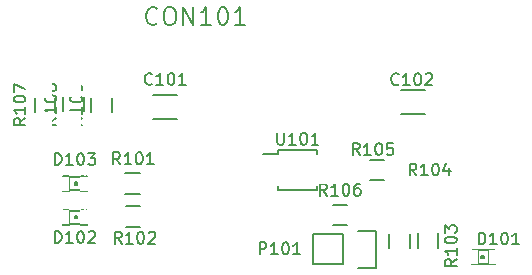
<source format=gbr>
G04 #@! TF.FileFunction,Legend,Top*
%FSLAX46Y46*%
G04 Gerber Fmt 4.6, Leading zero omitted, Abs format (unit mm)*
G04 Created by KiCad (PCBNEW 0.201503210816+5526~22~ubuntu14.10.1-product) date Sun 22 Mar 2015 03:55:30 PM EDT*
%MOMM*%
G01*
G04 APERTURE LIST*
%ADD10C,0.100000*%
%ADD11C,0.150000*%
%ADD12R,2.000000X1.600000*%
%ADD13R,1.198880X1.198880*%
%ADD14R,1.500000X1.300000*%
%ADD15R,1.300000X1.500000*%
%ADD16R,1.400000X0.300000*%
%ADD17R,2.032000X2.032000*%
%ADD18O,2.032000X2.032000*%
%ADD19R,0.400000X1.350000*%
%ADD20R,1.600000X1.400000*%
%ADD21R,1.900000X1.900000*%
%ADD22C,1.600000*%
%ADD23R,1.500000X1.500000*%
%ADD24O,1.500000X1.500000*%
G04 APERTURE END LIST*
D10*
D11*
X159724600Y-104603440D02*
X157724600Y-104603440D01*
X157724600Y-106653440D02*
X159724600Y-106653440D01*
X178730400Y-106282600D02*
X180730400Y-106282600D01*
X180730400Y-104232600D02*
X178730400Y-104232600D01*
X185176160Y-118064280D02*
X185176160Y-117739160D01*
X185176160Y-117739160D02*
X184675780Y-117739160D01*
X184675780Y-118064280D02*
X184675780Y-117739160D01*
X185176160Y-118064280D02*
X184675780Y-118064280D01*
X185176160Y-118686580D02*
X185176160Y-118536720D01*
X185176160Y-118536720D02*
X184924700Y-118536720D01*
X184924700Y-118686580D02*
X184924700Y-118536720D01*
X185176160Y-118686580D02*
X184924700Y-118686580D01*
X185176160Y-118191280D02*
X185176160Y-118041420D01*
X185176160Y-118041420D02*
X184924700Y-118041420D01*
X184924700Y-118191280D02*
X184924700Y-118041420D01*
X185176160Y-118191280D02*
X184924700Y-118191280D01*
X185176160Y-118562120D02*
X185176160Y-118165880D01*
X185176160Y-118165880D02*
X185000900Y-118165880D01*
X185000900Y-118562120D02*
X185000900Y-118165880D01*
X185176160Y-118562120D02*
X185000900Y-118562120D01*
X186672220Y-118064280D02*
X186672220Y-117739160D01*
X186672220Y-117739160D02*
X186171840Y-117739160D01*
X186171840Y-118064280D02*
X186171840Y-117739160D01*
X186672220Y-118064280D02*
X186171840Y-118064280D01*
X186672220Y-118988840D02*
X186672220Y-118663720D01*
X186672220Y-118663720D02*
X186171840Y-118663720D01*
X186171840Y-118988840D02*
X186171840Y-118663720D01*
X186672220Y-118988840D02*
X186171840Y-118988840D01*
X186423300Y-118191280D02*
X186423300Y-118041420D01*
X186423300Y-118041420D02*
X186171840Y-118041420D01*
X186171840Y-118191280D02*
X186171840Y-118041420D01*
X186423300Y-118191280D02*
X186171840Y-118191280D01*
X186423300Y-118686580D02*
X186423300Y-118536720D01*
X186423300Y-118536720D02*
X186171840Y-118536720D01*
X186171840Y-118686580D02*
X186171840Y-118536720D01*
X186423300Y-118686580D02*
X186171840Y-118686580D01*
X186347100Y-118562120D02*
X186347100Y-118165880D01*
X186347100Y-118165880D02*
X186171840Y-118165880D01*
X186171840Y-118562120D02*
X186171840Y-118165880D01*
X186347100Y-118562120D02*
X186171840Y-118562120D01*
X185674000Y-118463060D02*
X185674000Y-118264940D01*
X185674000Y-118264940D02*
X185475880Y-118264940D01*
X185475880Y-118463060D02*
X185475880Y-118264940D01*
X185674000Y-118463060D02*
X185475880Y-118463060D01*
X185176160Y-118963440D02*
X185176160Y-118663720D01*
X185176160Y-118663720D02*
X184876440Y-118663720D01*
X184876440Y-118963440D02*
X184876440Y-118663720D01*
X185176160Y-118963440D02*
X184876440Y-118963440D01*
X184749440Y-118988840D02*
X184749440Y-118762780D01*
X184749440Y-118762780D02*
X184675780Y-118762780D01*
X184675780Y-118988840D02*
X184675780Y-118762780D01*
X184749440Y-118988840D02*
X184675780Y-118988840D01*
X185150760Y-117789960D02*
X186197240Y-117789960D01*
X186171840Y-118938040D02*
X184749440Y-118938040D01*
X184897482Y-118813580D02*
G75*
G03X184897482Y-118813580I-71842J0D01*
G01*
X184675780Y-118711980D02*
G75*
G03X184675780Y-118016020I0J347980D01*
G01*
X186672220Y-118016020D02*
G75*
G03X186672220Y-118711980I0J-347980D01*
G01*
X151564340Y-115298220D02*
X151564340Y-115623340D01*
X151564340Y-115623340D02*
X152064720Y-115623340D01*
X152064720Y-115298220D02*
X152064720Y-115623340D01*
X151564340Y-115298220D02*
X152064720Y-115298220D01*
X151564340Y-114675920D02*
X151564340Y-114825780D01*
X151564340Y-114825780D02*
X151815800Y-114825780D01*
X151815800Y-114675920D02*
X151815800Y-114825780D01*
X151564340Y-114675920D02*
X151815800Y-114675920D01*
X151564340Y-115171220D02*
X151564340Y-115321080D01*
X151564340Y-115321080D02*
X151815800Y-115321080D01*
X151815800Y-115171220D02*
X151815800Y-115321080D01*
X151564340Y-115171220D02*
X151815800Y-115171220D01*
X151564340Y-114800380D02*
X151564340Y-115196620D01*
X151564340Y-115196620D02*
X151739600Y-115196620D01*
X151739600Y-114800380D02*
X151739600Y-115196620D01*
X151564340Y-114800380D02*
X151739600Y-114800380D01*
X150068280Y-115298220D02*
X150068280Y-115623340D01*
X150068280Y-115623340D02*
X150568660Y-115623340D01*
X150568660Y-115298220D02*
X150568660Y-115623340D01*
X150068280Y-115298220D02*
X150568660Y-115298220D01*
X150068280Y-114373660D02*
X150068280Y-114698780D01*
X150068280Y-114698780D02*
X150568660Y-114698780D01*
X150568660Y-114373660D02*
X150568660Y-114698780D01*
X150068280Y-114373660D02*
X150568660Y-114373660D01*
X150317200Y-115171220D02*
X150317200Y-115321080D01*
X150317200Y-115321080D02*
X150568660Y-115321080D01*
X150568660Y-115171220D02*
X150568660Y-115321080D01*
X150317200Y-115171220D02*
X150568660Y-115171220D01*
X150317200Y-114675920D02*
X150317200Y-114825780D01*
X150317200Y-114825780D02*
X150568660Y-114825780D01*
X150568660Y-114675920D02*
X150568660Y-114825780D01*
X150317200Y-114675920D02*
X150568660Y-114675920D01*
X150393400Y-114800380D02*
X150393400Y-115196620D01*
X150393400Y-115196620D02*
X150568660Y-115196620D01*
X150568660Y-114800380D02*
X150568660Y-115196620D01*
X150393400Y-114800380D02*
X150568660Y-114800380D01*
X151066500Y-114899440D02*
X151066500Y-115097560D01*
X151066500Y-115097560D02*
X151264620Y-115097560D01*
X151264620Y-114899440D02*
X151264620Y-115097560D01*
X151066500Y-114899440D02*
X151264620Y-114899440D01*
X151564340Y-114399060D02*
X151564340Y-114698780D01*
X151564340Y-114698780D02*
X151864060Y-114698780D01*
X151864060Y-114399060D02*
X151864060Y-114698780D01*
X151564340Y-114399060D02*
X151864060Y-114399060D01*
X151991060Y-114373660D02*
X151991060Y-114599720D01*
X151991060Y-114599720D02*
X152064720Y-114599720D01*
X152064720Y-114373660D02*
X152064720Y-114599720D01*
X151991060Y-114373660D02*
X152064720Y-114373660D01*
X151589740Y-115572540D02*
X150543260Y-115572540D01*
X150568660Y-114424460D02*
X151991060Y-114424460D01*
X151986702Y-114548920D02*
G75*
G03X151986702Y-114548920I-71842J0D01*
G01*
X152064720Y-114650520D02*
G75*
G03X152064720Y-115346480I0J-347980D01*
G01*
X150068280Y-115346480D02*
G75*
G03X150068280Y-114650520I0J347980D01*
G01*
X151564340Y-112440720D02*
X151564340Y-112765840D01*
X151564340Y-112765840D02*
X152064720Y-112765840D01*
X152064720Y-112440720D02*
X152064720Y-112765840D01*
X151564340Y-112440720D02*
X152064720Y-112440720D01*
X151564340Y-111818420D02*
X151564340Y-111968280D01*
X151564340Y-111968280D02*
X151815800Y-111968280D01*
X151815800Y-111818420D02*
X151815800Y-111968280D01*
X151564340Y-111818420D02*
X151815800Y-111818420D01*
X151564340Y-112313720D02*
X151564340Y-112463580D01*
X151564340Y-112463580D02*
X151815800Y-112463580D01*
X151815800Y-112313720D02*
X151815800Y-112463580D01*
X151564340Y-112313720D02*
X151815800Y-112313720D01*
X151564340Y-111942880D02*
X151564340Y-112339120D01*
X151564340Y-112339120D02*
X151739600Y-112339120D01*
X151739600Y-111942880D02*
X151739600Y-112339120D01*
X151564340Y-111942880D02*
X151739600Y-111942880D01*
X150068280Y-112440720D02*
X150068280Y-112765840D01*
X150068280Y-112765840D02*
X150568660Y-112765840D01*
X150568660Y-112440720D02*
X150568660Y-112765840D01*
X150068280Y-112440720D02*
X150568660Y-112440720D01*
X150068280Y-111516160D02*
X150068280Y-111841280D01*
X150068280Y-111841280D02*
X150568660Y-111841280D01*
X150568660Y-111516160D02*
X150568660Y-111841280D01*
X150068280Y-111516160D02*
X150568660Y-111516160D01*
X150317200Y-112313720D02*
X150317200Y-112463580D01*
X150317200Y-112463580D02*
X150568660Y-112463580D01*
X150568660Y-112313720D02*
X150568660Y-112463580D01*
X150317200Y-112313720D02*
X150568660Y-112313720D01*
X150317200Y-111818420D02*
X150317200Y-111968280D01*
X150317200Y-111968280D02*
X150568660Y-111968280D01*
X150568660Y-111818420D02*
X150568660Y-111968280D01*
X150317200Y-111818420D02*
X150568660Y-111818420D01*
X150393400Y-111942880D02*
X150393400Y-112339120D01*
X150393400Y-112339120D02*
X150568660Y-112339120D01*
X150568660Y-111942880D02*
X150568660Y-112339120D01*
X150393400Y-111942880D02*
X150568660Y-111942880D01*
X151066500Y-112041940D02*
X151066500Y-112240060D01*
X151066500Y-112240060D02*
X151264620Y-112240060D01*
X151264620Y-112041940D02*
X151264620Y-112240060D01*
X151066500Y-112041940D02*
X151264620Y-112041940D01*
X151564340Y-111541560D02*
X151564340Y-111841280D01*
X151564340Y-111841280D02*
X151864060Y-111841280D01*
X151864060Y-111541560D02*
X151864060Y-111841280D01*
X151564340Y-111541560D02*
X151864060Y-111541560D01*
X151991060Y-111516160D02*
X151991060Y-111742220D01*
X151991060Y-111742220D02*
X152064720Y-111742220D01*
X152064720Y-111516160D02*
X152064720Y-111742220D01*
X151991060Y-111516160D02*
X152064720Y-111516160D01*
X151589740Y-112715040D02*
X150543260Y-112715040D01*
X150568660Y-111566960D02*
X151991060Y-111566960D01*
X151986702Y-111691420D02*
G75*
G03X151986702Y-111691420I-71842J0D01*
G01*
X152064720Y-111793020D02*
G75*
G03X152064720Y-112488980I0J-347980D01*
G01*
X150068280Y-112488980D02*
G75*
G03X150068280Y-111793020I0J347980D01*
G01*
X155356000Y-111266000D02*
X156556000Y-111266000D01*
X156556000Y-113016000D02*
X155356000Y-113016000D01*
X155419500Y-114060000D02*
X156619500Y-114060000D01*
X156619500Y-115810000D02*
X155419500Y-115810000D01*
X180100000Y-117567000D02*
X180100000Y-116367000D01*
X181850000Y-116367000D02*
X181850000Y-117567000D01*
X177687000Y-117592400D02*
X177687000Y-116392400D01*
X179437000Y-116392400D02*
X179437000Y-117592400D01*
X176057000Y-110123000D02*
X177257000Y-110123000D01*
X177257000Y-111873000D02*
X176057000Y-111873000D01*
X174132800Y-115683000D02*
X172932800Y-115683000D01*
X172932800Y-113933000D02*
X174132800Y-113933000D01*
X149409120Y-104886200D02*
X149409120Y-106086200D01*
X147659120Y-106086200D02*
X147659120Y-104886200D01*
X151837360Y-104820160D02*
X151837360Y-106020160D01*
X150087360Y-106020160D02*
X150087360Y-104820160D01*
X154214800Y-104886200D02*
X154214800Y-106086200D01*
X152464800Y-106086200D02*
X152464800Y-104886200D01*
X168251000Y-109323000D02*
X168251000Y-109623000D01*
X171601000Y-109323000D02*
X171601000Y-109623000D01*
X171601000Y-112673000D02*
X171601000Y-112373000D01*
X168251000Y-112673000D02*
X168251000Y-112373000D01*
X168251000Y-109323000D02*
X171601000Y-109323000D01*
X168251000Y-112673000D02*
X171601000Y-112673000D01*
X168251000Y-109623000D02*
X167026000Y-109623000D01*
X173736000Y-118973600D02*
X171196000Y-118973600D01*
X176556000Y-119253600D02*
X175006000Y-119253600D01*
X173736000Y-118973600D02*
X173736000Y-116433600D01*
X175006000Y-116153600D02*
X176556000Y-116153600D01*
X176556000Y-116153600D02*
X176556000Y-119253600D01*
X173736000Y-116433600D02*
X171196000Y-116433600D01*
X171196000Y-116433600D02*
X171196000Y-118973600D01*
X157605553Y-103685583D02*
X157557934Y-103733202D01*
X157415077Y-103780821D01*
X157319839Y-103780821D01*
X157176981Y-103733202D01*
X157081743Y-103637964D01*
X157034124Y-103542726D01*
X156986505Y-103352250D01*
X156986505Y-103209392D01*
X157034124Y-103018916D01*
X157081743Y-102923678D01*
X157176981Y-102828440D01*
X157319839Y-102780821D01*
X157415077Y-102780821D01*
X157557934Y-102828440D01*
X157605553Y-102876059D01*
X158557934Y-103780821D02*
X157986505Y-103780821D01*
X158272219Y-103780821D02*
X158272219Y-102780821D01*
X158176981Y-102923678D01*
X158081743Y-103018916D01*
X157986505Y-103066535D01*
X159176981Y-102780821D02*
X159272220Y-102780821D01*
X159367458Y-102828440D01*
X159415077Y-102876059D01*
X159462696Y-102971297D01*
X159510315Y-103161773D01*
X159510315Y-103399869D01*
X159462696Y-103590345D01*
X159415077Y-103685583D01*
X159367458Y-103733202D01*
X159272220Y-103780821D01*
X159176981Y-103780821D01*
X159081743Y-103733202D01*
X159034124Y-103685583D01*
X158986505Y-103590345D01*
X158938886Y-103399869D01*
X158938886Y-103161773D01*
X158986505Y-102971297D01*
X159034124Y-102876059D01*
X159081743Y-102828440D01*
X159176981Y-102780821D01*
X160462696Y-103780821D02*
X159891267Y-103780821D01*
X160176981Y-103780821D02*
X160176981Y-102780821D01*
X160081743Y-102923678D01*
X159986505Y-103018916D01*
X159891267Y-103066535D01*
X178484353Y-103709743D02*
X178436734Y-103757362D01*
X178293877Y-103804981D01*
X178198639Y-103804981D01*
X178055781Y-103757362D01*
X177960543Y-103662124D01*
X177912924Y-103566886D01*
X177865305Y-103376410D01*
X177865305Y-103233552D01*
X177912924Y-103043076D01*
X177960543Y-102947838D01*
X178055781Y-102852600D01*
X178198639Y-102804981D01*
X178293877Y-102804981D01*
X178436734Y-102852600D01*
X178484353Y-102900219D01*
X179436734Y-103804981D02*
X178865305Y-103804981D01*
X179151019Y-103804981D02*
X179151019Y-102804981D01*
X179055781Y-102947838D01*
X178960543Y-103043076D01*
X178865305Y-103090695D01*
X180055781Y-102804981D02*
X180151020Y-102804981D01*
X180246258Y-102852600D01*
X180293877Y-102900219D01*
X180341496Y-102995457D01*
X180389115Y-103185933D01*
X180389115Y-103424029D01*
X180341496Y-103614505D01*
X180293877Y-103709743D01*
X180246258Y-103757362D01*
X180151020Y-103804981D01*
X180055781Y-103804981D01*
X179960543Y-103757362D01*
X179912924Y-103709743D01*
X179865305Y-103614505D01*
X179817686Y-103424029D01*
X179817686Y-103185933D01*
X179865305Y-102995457D01*
X179912924Y-102900219D01*
X179960543Y-102852600D01*
X180055781Y-102804981D01*
X180770067Y-102900219D02*
X180817686Y-102852600D01*
X180912924Y-102804981D01*
X181151020Y-102804981D01*
X181246258Y-102852600D01*
X181293877Y-102900219D01*
X181341496Y-102995457D01*
X181341496Y-103090695D01*
X181293877Y-103233552D01*
X180722448Y-103804981D01*
X181341496Y-103804981D01*
X185253524Y-117292381D02*
X185253524Y-116292381D01*
X185491619Y-116292381D01*
X185634477Y-116340000D01*
X185729715Y-116435238D01*
X185777334Y-116530476D01*
X185824953Y-116720952D01*
X185824953Y-116863810D01*
X185777334Y-117054286D01*
X185729715Y-117149524D01*
X185634477Y-117244762D01*
X185491619Y-117292381D01*
X185253524Y-117292381D01*
X186777334Y-117292381D02*
X186205905Y-117292381D01*
X186491619Y-117292381D02*
X186491619Y-116292381D01*
X186396381Y-116435238D01*
X186301143Y-116530476D01*
X186205905Y-116578095D01*
X187396381Y-116292381D02*
X187491620Y-116292381D01*
X187586858Y-116340000D01*
X187634477Y-116387619D01*
X187682096Y-116482857D01*
X187729715Y-116673333D01*
X187729715Y-116911429D01*
X187682096Y-117101905D01*
X187634477Y-117197143D01*
X187586858Y-117244762D01*
X187491620Y-117292381D01*
X187396381Y-117292381D01*
X187301143Y-117244762D01*
X187253524Y-117197143D01*
X187205905Y-117101905D01*
X187158286Y-116911429D01*
X187158286Y-116673333D01*
X187205905Y-116482857D01*
X187253524Y-116387619D01*
X187301143Y-116340000D01*
X187396381Y-116292381D01*
X188682096Y-117292381D02*
X188110667Y-117292381D01*
X188396381Y-117292381D02*
X188396381Y-116292381D01*
X188301143Y-116435238D01*
X188205905Y-116530476D01*
X188110667Y-116578095D01*
X149376024Y-117165381D02*
X149376024Y-116165381D01*
X149614119Y-116165381D01*
X149756977Y-116213000D01*
X149852215Y-116308238D01*
X149899834Y-116403476D01*
X149947453Y-116593952D01*
X149947453Y-116736810D01*
X149899834Y-116927286D01*
X149852215Y-117022524D01*
X149756977Y-117117762D01*
X149614119Y-117165381D01*
X149376024Y-117165381D01*
X150899834Y-117165381D02*
X150328405Y-117165381D01*
X150614119Y-117165381D02*
X150614119Y-116165381D01*
X150518881Y-116308238D01*
X150423643Y-116403476D01*
X150328405Y-116451095D01*
X151518881Y-116165381D02*
X151614120Y-116165381D01*
X151709358Y-116213000D01*
X151756977Y-116260619D01*
X151804596Y-116355857D01*
X151852215Y-116546333D01*
X151852215Y-116784429D01*
X151804596Y-116974905D01*
X151756977Y-117070143D01*
X151709358Y-117117762D01*
X151614120Y-117165381D01*
X151518881Y-117165381D01*
X151423643Y-117117762D01*
X151376024Y-117070143D01*
X151328405Y-116974905D01*
X151280786Y-116784429D01*
X151280786Y-116546333D01*
X151328405Y-116355857D01*
X151376024Y-116260619D01*
X151423643Y-116213000D01*
X151518881Y-116165381D01*
X152233167Y-116260619D02*
X152280786Y-116213000D01*
X152376024Y-116165381D01*
X152614120Y-116165381D01*
X152709358Y-116213000D01*
X152756977Y-116260619D01*
X152804596Y-116355857D01*
X152804596Y-116451095D01*
X152756977Y-116593952D01*
X152185548Y-117165381D01*
X152804596Y-117165381D01*
X149376024Y-110561381D02*
X149376024Y-109561381D01*
X149614119Y-109561381D01*
X149756977Y-109609000D01*
X149852215Y-109704238D01*
X149899834Y-109799476D01*
X149947453Y-109989952D01*
X149947453Y-110132810D01*
X149899834Y-110323286D01*
X149852215Y-110418524D01*
X149756977Y-110513762D01*
X149614119Y-110561381D01*
X149376024Y-110561381D01*
X150899834Y-110561381D02*
X150328405Y-110561381D01*
X150614119Y-110561381D02*
X150614119Y-109561381D01*
X150518881Y-109704238D01*
X150423643Y-109799476D01*
X150328405Y-109847095D01*
X151518881Y-109561381D02*
X151614120Y-109561381D01*
X151709358Y-109609000D01*
X151756977Y-109656619D01*
X151804596Y-109751857D01*
X151852215Y-109942333D01*
X151852215Y-110180429D01*
X151804596Y-110370905D01*
X151756977Y-110466143D01*
X151709358Y-110513762D01*
X151614120Y-110561381D01*
X151518881Y-110561381D01*
X151423643Y-110513762D01*
X151376024Y-110466143D01*
X151328405Y-110370905D01*
X151280786Y-110180429D01*
X151280786Y-109942333D01*
X151328405Y-109751857D01*
X151376024Y-109656619D01*
X151423643Y-109609000D01*
X151518881Y-109561381D01*
X152185548Y-109561381D02*
X152804596Y-109561381D01*
X152471262Y-109942333D01*
X152614120Y-109942333D01*
X152709358Y-109989952D01*
X152756977Y-110037571D01*
X152804596Y-110132810D01*
X152804596Y-110370905D01*
X152756977Y-110466143D01*
X152709358Y-110513762D01*
X152614120Y-110561381D01*
X152328405Y-110561381D01*
X152233167Y-110513762D01*
X152185548Y-110466143D01*
X154900453Y-110497881D02*
X154567119Y-110021690D01*
X154329024Y-110497881D02*
X154329024Y-109497881D01*
X154709977Y-109497881D01*
X154805215Y-109545500D01*
X154852834Y-109593119D01*
X154900453Y-109688357D01*
X154900453Y-109831214D01*
X154852834Y-109926452D01*
X154805215Y-109974071D01*
X154709977Y-110021690D01*
X154329024Y-110021690D01*
X155852834Y-110497881D02*
X155281405Y-110497881D01*
X155567119Y-110497881D02*
X155567119Y-109497881D01*
X155471881Y-109640738D01*
X155376643Y-109735976D01*
X155281405Y-109783595D01*
X156471881Y-109497881D02*
X156567120Y-109497881D01*
X156662358Y-109545500D01*
X156709977Y-109593119D01*
X156757596Y-109688357D01*
X156805215Y-109878833D01*
X156805215Y-110116929D01*
X156757596Y-110307405D01*
X156709977Y-110402643D01*
X156662358Y-110450262D01*
X156567120Y-110497881D01*
X156471881Y-110497881D01*
X156376643Y-110450262D01*
X156329024Y-110402643D01*
X156281405Y-110307405D01*
X156233786Y-110116929D01*
X156233786Y-109878833D01*
X156281405Y-109688357D01*
X156329024Y-109593119D01*
X156376643Y-109545500D01*
X156471881Y-109497881D01*
X157757596Y-110497881D02*
X157186167Y-110497881D01*
X157471881Y-110497881D02*
X157471881Y-109497881D01*
X157376643Y-109640738D01*
X157281405Y-109735976D01*
X157186167Y-109783595D01*
X155027453Y-117228881D02*
X154694119Y-116752690D01*
X154456024Y-117228881D02*
X154456024Y-116228881D01*
X154836977Y-116228881D01*
X154932215Y-116276500D01*
X154979834Y-116324119D01*
X155027453Y-116419357D01*
X155027453Y-116562214D01*
X154979834Y-116657452D01*
X154932215Y-116705071D01*
X154836977Y-116752690D01*
X154456024Y-116752690D01*
X155979834Y-117228881D02*
X155408405Y-117228881D01*
X155694119Y-117228881D02*
X155694119Y-116228881D01*
X155598881Y-116371738D01*
X155503643Y-116466976D01*
X155408405Y-116514595D01*
X156598881Y-116228881D02*
X156694120Y-116228881D01*
X156789358Y-116276500D01*
X156836977Y-116324119D01*
X156884596Y-116419357D01*
X156932215Y-116609833D01*
X156932215Y-116847929D01*
X156884596Y-117038405D01*
X156836977Y-117133643D01*
X156789358Y-117181262D01*
X156694120Y-117228881D01*
X156598881Y-117228881D01*
X156503643Y-117181262D01*
X156456024Y-117133643D01*
X156408405Y-117038405D01*
X156360786Y-116847929D01*
X156360786Y-116609833D01*
X156408405Y-116419357D01*
X156456024Y-116324119D01*
X156503643Y-116276500D01*
X156598881Y-116228881D01*
X157313167Y-116324119D02*
X157360786Y-116276500D01*
X157456024Y-116228881D01*
X157694120Y-116228881D01*
X157789358Y-116276500D01*
X157836977Y-116324119D01*
X157884596Y-116419357D01*
X157884596Y-116514595D01*
X157836977Y-116657452D01*
X157265548Y-117228881D01*
X157884596Y-117228881D01*
X183395881Y-118530547D02*
X182919690Y-118863881D01*
X183395881Y-119101976D02*
X182395881Y-119101976D01*
X182395881Y-118721023D01*
X182443500Y-118625785D01*
X182491119Y-118578166D01*
X182586357Y-118530547D01*
X182729214Y-118530547D01*
X182824452Y-118578166D01*
X182872071Y-118625785D01*
X182919690Y-118721023D01*
X182919690Y-119101976D01*
X183395881Y-117578166D02*
X183395881Y-118149595D01*
X183395881Y-117863881D02*
X182395881Y-117863881D01*
X182538738Y-117959119D01*
X182633976Y-118054357D01*
X182681595Y-118149595D01*
X182395881Y-116959119D02*
X182395881Y-116863880D01*
X182443500Y-116768642D01*
X182491119Y-116721023D01*
X182586357Y-116673404D01*
X182776833Y-116625785D01*
X183014929Y-116625785D01*
X183205405Y-116673404D01*
X183300643Y-116721023D01*
X183348262Y-116768642D01*
X183395881Y-116863880D01*
X183395881Y-116959119D01*
X183348262Y-117054357D01*
X183300643Y-117101976D01*
X183205405Y-117149595D01*
X183014929Y-117197214D01*
X182776833Y-117197214D01*
X182586357Y-117149595D01*
X182491119Y-117101976D01*
X182443500Y-117054357D01*
X182395881Y-116959119D01*
X182395881Y-116292452D02*
X182395881Y-115673404D01*
X182776833Y-116006738D01*
X182776833Y-115863880D01*
X182824452Y-115768642D01*
X182872071Y-115721023D01*
X182967310Y-115673404D01*
X183205405Y-115673404D01*
X183300643Y-115721023D01*
X183348262Y-115768642D01*
X183395881Y-115863880D01*
X183395881Y-116149595D01*
X183348262Y-116244833D01*
X183300643Y-116292452D01*
X179982953Y-111450381D02*
X179649619Y-110974190D01*
X179411524Y-111450381D02*
X179411524Y-110450381D01*
X179792477Y-110450381D01*
X179887715Y-110498000D01*
X179935334Y-110545619D01*
X179982953Y-110640857D01*
X179982953Y-110783714D01*
X179935334Y-110878952D01*
X179887715Y-110926571D01*
X179792477Y-110974190D01*
X179411524Y-110974190D01*
X180935334Y-111450381D02*
X180363905Y-111450381D01*
X180649619Y-111450381D02*
X180649619Y-110450381D01*
X180554381Y-110593238D01*
X180459143Y-110688476D01*
X180363905Y-110736095D01*
X181554381Y-110450381D02*
X181649620Y-110450381D01*
X181744858Y-110498000D01*
X181792477Y-110545619D01*
X181840096Y-110640857D01*
X181887715Y-110831333D01*
X181887715Y-111069429D01*
X181840096Y-111259905D01*
X181792477Y-111355143D01*
X181744858Y-111402762D01*
X181649620Y-111450381D01*
X181554381Y-111450381D01*
X181459143Y-111402762D01*
X181411524Y-111355143D01*
X181363905Y-111259905D01*
X181316286Y-111069429D01*
X181316286Y-110831333D01*
X181363905Y-110640857D01*
X181411524Y-110545619D01*
X181459143Y-110498000D01*
X181554381Y-110450381D01*
X182744858Y-110783714D02*
X182744858Y-111450381D01*
X182506762Y-110402762D02*
X182268667Y-111117048D01*
X182887715Y-111117048D01*
X175182353Y-109723181D02*
X174849019Y-109246990D01*
X174610924Y-109723181D02*
X174610924Y-108723181D01*
X174991877Y-108723181D01*
X175087115Y-108770800D01*
X175134734Y-108818419D01*
X175182353Y-108913657D01*
X175182353Y-109056514D01*
X175134734Y-109151752D01*
X175087115Y-109199371D01*
X174991877Y-109246990D01*
X174610924Y-109246990D01*
X176134734Y-109723181D02*
X175563305Y-109723181D01*
X175849019Y-109723181D02*
X175849019Y-108723181D01*
X175753781Y-108866038D01*
X175658543Y-108961276D01*
X175563305Y-109008895D01*
X176753781Y-108723181D02*
X176849020Y-108723181D01*
X176944258Y-108770800D01*
X176991877Y-108818419D01*
X177039496Y-108913657D01*
X177087115Y-109104133D01*
X177087115Y-109342229D01*
X177039496Y-109532705D01*
X176991877Y-109627943D01*
X176944258Y-109675562D01*
X176849020Y-109723181D01*
X176753781Y-109723181D01*
X176658543Y-109675562D01*
X176610924Y-109627943D01*
X176563305Y-109532705D01*
X176515686Y-109342229D01*
X176515686Y-109104133D01*
X176563305Y-108913657D01*
X176610924Y-108818419D01*
X176658543Y-108770800D01*
X176753781Y-108723181D01*
X177991877Y-108723181D02*
X177515686Y-108723181D01*
X177468067Y-109199371D01*
X177515686Y-109151752D01*
X177610924Y-109104133D01*
X177849020Y-109104133D01*
X177944258Y-109151752D01*
X177991877Y-109199371D01*
X178039496Y-109294610D01*
X178039496Y-109532705D01*
X177991877Y-109627943D01*
X177944258Y-109675562D01*
X177849020Y-109723181D01*
X177610924Y-109723181D01*
X177515686Y-109675562D01*
X177468067Y-109627943D01*
X172413753Y-113160381D02*
X172080419Y-112684190D01*
X171842324Y-113160381D02*
X171842324Y-112160381D01*
X172223277Y-112160381D01*
X172318515Y-112208000D01*
X172366134Y-112255619D01*
X172413753Y-112350857D01*
X172413753Y-112493714D01*
X172366134Y-112588952D01*
X172318515Y-112636571D01*
X172223277Y-112684190D01*
X171842324Y-112684190D01*
X173366134Y-113160381D02*
X172794705Y-113160381D01*
X173080419Y-113160381D02*
X173080419Y-112160381D01*
X172985181Y-112303238D01*
X172889943Y-112398476D01*
X172794705Y-112446095D01*
X173985181Y-112160381D02*
X174080420Y-112160381D01*
X174175658Y-112208000D01*
X174223277Y-112255619D01*
X174270896Y-112350857D01*
X174318515Y-112541333D01*
X174318515Y-112779429D01*
X174270896Y-112969905D01*
X174223277Y-113065143D01*
X174175658Y-113112762D01*
X174080420Y-113160381D01*
X173985181Y-113160381D01*
X173889943Y-113112762D01*
X173842324Y-113065143D01*
X173794705Y-112969905D01*
X173747086Y-112779429D01*
X173747086Y-112541333D01*
X173794705Y-112350857D01*
X173842324Y-112255619D01*
X173889943Y-112208000D01*
X173985181Y-112160381D01*
X175175658Y-112160381D02*
X174985181Y-112160381D01*
X174889943Y-112208000D01*
X174842324Y-112255619D01*
X174747086Y-112398476D01*
X174699467Y-112588952D01*
X174699467Y-112969905D01*
X174747086Y-113065143D01*
X174794705Y-113112762D01*
X174889943Y-113160381D01*
X175080420Y-113160381D01*
X175175658Y-113112762D01*
X175223277Y-113065143D01*
X175270896Y-112969905D01*
X175270896Y-112731810D01*
X175223277Y-112636571D01*
X175175658Y-112588952D01*
X175080420Y-112541333D01*
X174889943Y-112541333D01*
X174794705Y-112588952D01*
X174747086Y-112636571D01*
X174699467Y-112731810D01*
X146886501Y-106605247D02*
X146410310Y-106938581D01*
X146886501Y-107176676D02*
X145886501Y-107176676D01*
X145886501Y-106795723D01*
X145934120Y-106700485D01*
X145981739Y-106652866D01*
X146076977Y-106605247D01*
X146219834Y-106605247D01*
X146315072Y-106652866D01*
X146362691Y-106700485D01*
X146410310Y-106795723D01*
X146410310Y-107176676D01*
X146886501Y-105652866D02*
X146886501Y-106224295D01*
X146886501Y-105938581D02*
X145886501Y-105938581D01*
X146029358Y-106033819D01*
X146124596Y-106129057D01*
X146172215Y-106224295D01*
X145886501Y-105033819D02*
X145886501Y-104938580D01*
X145934120Y-104843342D01*
X145981739Y-104795723D01*
X146076977Y-104748104D01*
X146267453Y-104700485D01*
X146505549Y-104700485D01*
X146696025Y-104748104D01*
X146791263Y-104795723D01*
X146838882Y-104843342D01*
X146886501Y-104938580D01*
X146886501Y-105033819D01*
X146838882Y-105129057D01*
X146791263Y-105176676D01*
X146696025Y-105224295D01*
X146505549Y-105271914D01*
X146267453Y-105271914D01*
X146076977Y-105224295D01*
X145981739Y-105176676D01*
X145934120Y-105129057D01*
X145886501Y-105033819D01*
X145886501Y-104367152D02*
X145886501Y-103700485D01*
X146886501Y-104129057D01*
X149509741Y-106579847D02*
X149033550Y-106913181D01*
X149509741Y-107151276D02*
X148509741Y-107151276D01*
X148509741Y-106770323D01*
X148557360Y-106675085D01*
X148604979Y-106627466D01*
X148700217Y-106579847D01*
X148843074Y-106579847D01*
X148938312Y-106627466D01*
X148985931Y-106675085D01*
X149033550Y-106770323D01*
X149033550Y-107151276D01*
X149509741Y-105627466D02*
X149509741Y-106198895D01*
X149509741Y-105913181D02*
X148509741Y-105913181D01*
X148652598Y-106008419D01*
X148747836Y-106103657D01*
X148795455Y-106198895D01*
X148509741Y-105008419D02*
X148509741Y-104913180D01*
X148557360Y-104817942D01*
X148604979Y-104770323D01*
X148700217Y-104722704D01*
X148890693Y-104675085D01*
X149128789Y-104675085D01*
X149319265Y-104722704D01*
X149414503Y-104770323D01*
X149462122Y-104817942D01*
X149509741Y-104913180D01*
X149509741Y-105008419D01*
X149462122Y-105103657D01*
X149414503Y-105151276D01*
X149319265Y-105198895D01*
X149128789Y-105246514D01*
X148890693Y-105246514D01*
X148700217Y-105198895D01*
X148604979Y-105151276D01*
X148557360Y-105103657D01*
X148509741Y-105008419D01*
X148938312Y-104103657D02*
X148890693Y-104198895D01*
X148843074Y-104246514D01*
X148747836Y-104294133D01*
X148700217Y-104294133D01*
X148604979Y-104246514D01*
X148557360Y-104198895D01*
X148509741Y-104103657D01*
X148509741Y-103913180D01*
X148557360Y-103817942D01*
X148604979Y-103770323D01*
X148700217Y-103722704D01*
X148747836Y-103722704D01*
X148843074Y-103770323D01*
X148890693Y-103817942D01*
X148938312Y-103913180D01*
X148938312Y-104103657D01*
X148985931Y-104198895D01*
X149033550Y-104246514D01*
X149128789Y-104294133D01*
X149319265Y-104294133D01*
X149414503Y-104246514D01*
X149462122Y-104198895D01*
X149509741Y-104103657D01*
X149509741Y-103913180D01*
X149462122Y-103817942D01*
X149414503Y-103770323D01*
X149319265Y-103722704D01*
X149128789Y-103722704D01*
X149033550Y-103770323D01*
X148985931Y-103817942D01*
X148938312Y-103913180D01*
X151692181Y-106605247D02*
X151215990Y-106938581D01*
X151692181Y-107176676D02*
X150692181Y-107176676D01*
X150692181Y-106795723D01*
X150739800Y-106700485D01*
X150787419Y-106652866D01*
X150882657Y-106605247D01*
X151025514Y-106605247D01*
X151120752Y-106652866D01*
X151168371Y-106700485D01*
X151215990Y-106795723D01*
X151215990Y-107176676D01*
X151692181Y-105652866D02*
X151692181Y-106224295D01*
X151692181Y-105938581D02*
X150692181Y-105938581D01*
X150835038Y-106033819D01*
X150930276Y-106129057D01*
X150977895Y-106224295D01*
X150692181Y-105033819D02*
X150692181Y-104938580D01*
X150739800Y-104843342D01*
X150787419Y-104795723D01*
X150882657Y-104748104D01*
X151073133Y-104700485D01*
X151311229Y-104700485D01*
X151501705Y-104748104D01*
X151596943Y-104795723D01*
X151644562Y-104843342D01*
X151692181Y-104938580D01*
X151692181Y-105033819D01*
X151644562Y-105129057D01*
X151596943Y-105176676D01*
X151501705Y-105224295D01*
X151311229Y-105271914D01*
X151073133Y-105271914D01*
X150882657Y-105224295D01*
X150787419Y-105176676D01*
X150739800Y-105129057D01*
X150692181Y-105033819D01*
X151692181Y-104224295D02*
X151692181Y-104033819D01*
X151644562Y-103938580D01*
X151596943Y-103890961D01*
X151454086Y-103795723D01*
X151263610Y-103748104D01*
X150882657Y-103748104D01*
X150787419Y-103795723D01*
X150739800Y-103843342D01*
X150692181Y-103938580D01*
X150692181Y-104129057D01*
X150739800Y-104224295D01*
X150787419Y-104271914D01*
X150882657Y-104319533D01*
X151120752Y-104319533D01*
X151215990Y-104271914D01*
X151263610Y-104224295D01*
X151311229Y-104129057D01*
X151311229Y-103938580D01*
X151263610Y-103843342D01*
X151215990Y-103795723D01*
X151120752Y-103748104D01*
X168211714Y-107850381D02*
X168211714Y-108659905D01*
X168259333Y-108755143D01*
X168306952Y-108802762D01*
X168402190Y-108850381D01*
X168592667Y-108850381D01*
X168687905Y-108802762D01*
X168735524Y-108755143D01*
X168783143Y-108659905D01*
X168783143Y-107850381D01*
X169783143Y-108850381D02*
X169211714Y-108850381D01*
X169497428Y-108850381D02*
X169497428Y-107850381D01*
X169402190Y-107993238D01*
X169306952Y-108088476D01*
X169211714Y-108136095D01*
X170402190Y-107850381D02*
X170497429Y-107850381D01*
X170592667Y-107898000D01*
X170640286Y-107945619D01*
X170687905Y-108040857D01*
X170735524Y-108231333D01*
X170735524Y-108469429D01*
X170687905Y-108659905D01*
X170640286Y-108755143D01*
X170592667Y-108802762D01*
X170497429Y-108850381D01*
X170402190Y-108850381D01*
X170306952Y-108802762D01*
X170259333Y-108755143D01*
X170211714Y-108659905D01*
X170164095Y-108469429D01*
X170164095Y-108231333D01*
X170211714Y-108040857D01*
X170259333Y-107945619D01*
X170306952Y-107898000D01*
X170402190Y-107850381D01*
X171687905Y-108850381D02*
X171116476Y-108850381D01*
X171402190Y-108850381D02*
X171402190Y-107850381D01*
X171306952Y-107993238D01*
X171211714Y-108088476D01*
X171116476Y-108136095D01*
X166711524Y-118117881D02*
X166711524Y-117117881D01*
X167092477Y-117117881D01*
X167187715Y-117165500D01*
X167235334Y-117213119D01*
X167282953Y-117308357D01*
X167282953Y-117451214D01*
X167235334Y-117546452D01*
X167187715Y-117594071D01*
X167092477Y-117641690D01*
X166711524Y-117641690D01*
X168235334Y-118117881D02*
X167663905Y-118117881D01*
X167949619Y-118117881D02*
X167949619Y-117117881D01*
X167854381Y-117260738D01*
X167759143Y-117355976D01*
X167663905Y-117403595D01*
X168854381Y-117117881D02*
X168949620Y-117117881D01*
X169044858Y-117165500D01*
X169092477Y-117213119D01*
X169140096Y-117308357D01*
X169187715Y-117498833D01*
X169187715Y-117736929D01*
X169140096Y-117927405D01*
X169092477Y-118022643D01*
X169044858Y-118070262D01*
X168949620Y-118117881D01*
X168854381Y-118117881D01*
X168759143Y-118070262D01*
X168711524Y-118022643D01*
X168663905Y-117927405D01*
X168616286Y-117736929D01*
X168616286Y-117498833D01*
X168663905Y-117308357D01*
X168711524Y-117213119D01*
X168759143Y-117165500D01*
X168854381Y-117117881D01*
X170140096Y-118117881D02*
X169568667Y-118117881D01*
X169854381Y-118117881D02*
X169854381Y-117117881D01*
X169759143Y-117260738D01*
X169663905Y-117355976D01*
X169568667Y-117403595D01*
X158040001Y-98579714D02*
X157968572Y-98651143D01*
X157754286Y-98722571D01*
X157611429Y-98722571D01*
X157397144Y-98651143D01*
X157254286Y-98508286D01*
X157182858Y-98365429D01*
X157111429Y-98079714D01*
X157111429Y-97865429D01*
X157182858Y-97579714D01*
X157254286Y-97436857D01*
X157397144Y-97294000D01*
X157611429Y-97222571D01*
X157754286Y-97222571D01*
X157968572Y-97294000D01*
X158040001Y-97365429D01*
X158968572Y-97222571D02*
X159254286Y-97222571D01*
X159397144Y-97294000D01*
X159540001Y-97436857D01*
X159611429Y-97722571D01*
X159611429Y-98222571D01*
X159540001Y-98508286D01*
X159397144Y-98651143D01*
X159254286Y-98722571D01*
X158968572Y-98722571D01*
X158825715Y-98651143D01*
X158682858Y-98508286D01*
X158611429Y-98222571D01*
X158611429Y-97722571D01*
X158682858Y-97436857D01*
X158825715Y-97294000D01*
X158968572Y-97222571D01*
X160254287Y-98722571D02*
X160254287Y-97222571D01*
X161111430Y-98722571D01*
X161111430Y-97222571D01*
X162611430Y-98722571D02*
X161754287Y-98722571D01*
X162182859Y-98722571D02*
X162182859Y-97222571D01*
X162040002Y-97436857D01*
X161897144Y-97579714D01*
X161754287Y-97651143D01*
X163540001Y-97222571D02*
X163682858Y-97222571D01*
X163825715Y-97294000D01*
X163897144Y-97365429D01*
X163968573Y-97508286D01*
X164040001Y-97794000D01*
X164040001Y-98151143D01*
X163968573Y-98436857D01*
X163897144Y-98579714D01*
X163825715Y-98651143D01*
X163682858Y-98722571D01*
X163540001Y-98722571D01*
X163397144Y-98651143D01*
X163325715Y-98579714D01*
X163254287Y-98436857D01*
X163182858Y-98151143D01*
X163182858Y-97794000D01*
X163254287Y-97508286D01*
X163325715Y-97365429D01*
X163397144Y-97294000D01*
X163540001Y-97222571D01*
X165468572Y-98722571D02*
X164611429Y-98722571D01*
X165040001Y-98722571D02*
X165040001Y-97222571D01*
X164897144Y-97436857D01*
X164754286Y-97579714D01*
X164611429Y-97651143D01*
%LPC*%
D12*
X156724600Y-105628440D03*
X160724600Y-105628440D03*
X181730400Y-105257600D03*
X177730400Y-105257600D03*
D13*
X186723020Y-118364000D03*
X184624980Y-118364000D03*
X150017480Y-114998500D03*
X152115520Y-114998500D03*
X150017480Y-112141000D03*
X152115520Y-112141000D03*
D14*
X157306000Y-112141000D03*
X154606000Y-112141000D03*
X157369500Y-114935000D03*
X154669500Y-114935000D03*
D15*
X180975000Y-115617000D03*
X180975000Y-118317000D03*
X178562000Y-115642400D03*
X178562000Y-118342400D03*
D14*
X178007000Y-110998000D03*
X175307000Y-110998000D03*
X172182800Y-114808000D03*
X174882800Y-114808000D03*
D15*
X148534120Y-106836200D03*
X148534120Y-104136200D03*
X150962360Y-106770160D03*
X150962360Y-104070160D03*
X153339800Y-106836200D03*
X153339800Y-104136200D03*
D16*
X167726000Y-109998000D03*
X167726000Y-110498000D03*
X167726000Y-110998000D03*
X167726000Y-111498000D03*
X167726000Y-111998000D03*
X172126000Y-111998000D03*
X172126000Y-111498000D03*
X172126000Y-110998000D03*
X172126000Y-110498000D03*
X172126000Y-109998000D03*
D17*
X175006000Y-117703600D03*
D18*
X172466000Y-117703600D03*
D19*
X152568760Y-101318440D03*
X151918760Y-101318440D03*
X151268760Y-101318440D03*
X153218760Y-101318440D03*
X153868760Y-101318440D03*
D20*
X155768760Y-101093440D03*
X149368760Y-101093440D03*
D21*
X153768760Y-98643440D03*
X151368760Y-98643440D03*
D22*
X155868760Y-98643440D03*
X149268760Y-98643440D03*
D23*
X180594000Y-98806000D03*
D24*
X178594000Y-98806000D03*
M02*

</source>
